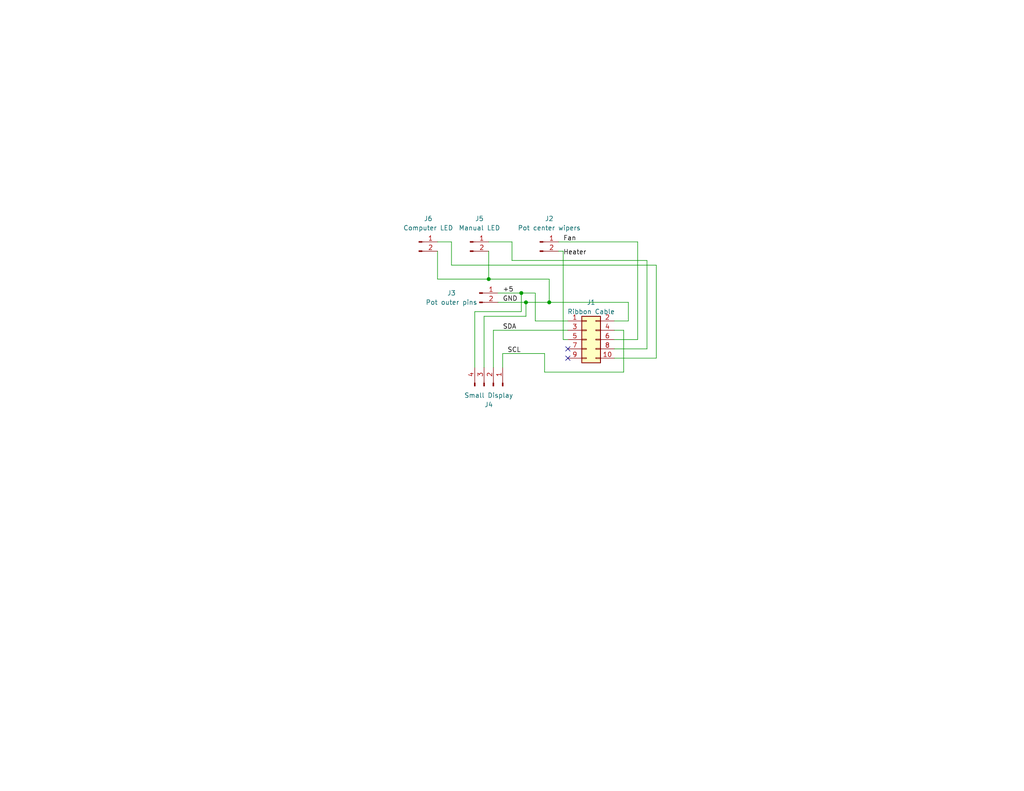
<source format=kicad_sch>
(kicad_sch (version 20230121) (generator eeschema)
  (paper "A")
  (title_block (title "Front panel interface board") (date "2023-02-28") (company "NSE Labs") (comment 1 "computer board to the various components on the front panel") (comment 2 "This board interfaces the ribbon cable from the main"))
  (lib_symbols
    (symbol "Connector:Conn_01x02_Pin" (pin_names (offset 1.016) hide)
      (property "Reference" "J" (at 0 2.54 0))
      (property "Value" "Conn_01x02_Pin" (at 0 -5.08 0))
      (symbol "Conn_01x02_Pin_1_1"
        (polyline (pts (xy 1.27 -2.54) (xy 0.8636 -2.54)) (stroke (width 0.1524)))
        (polyline (pts (xy 1.27 0) (xy 0.8636 0)) (stroke (width 0.1524)))
        (rectangle (start 0.8636 -2.413) (end 0 -2.667) (stroke (width 0.1524)) (fill (type outline)))
        (rectangle (start 0.8636 0.127) (end 0 -0.127) (stroke (width 0.1524)) (fill (type outline)))
        (pin passive line (at 5.08 0 180) (length 3.81) (name "Pin_1") (number "1"))
        (pin passive line (at 5.08 -2.54 180) (length 3.81) (name "Pin_2") (number "2"))
      )
    )
    (symbol "Connector:Conn_01x04_Pin" (pin_names (offset 1.016) hide)
      (property "Reference" "J" (at 0 5.08 0))
      (property "Value" "Conn_01x04_Pin" (at 0 -7.62 0))
      (symbol "Conn_01x04_Pin_1_1"
        (polyline (pts (xy 1.27 -5.08) (xy 0.8636 -5.08)) (stroke (width 0.1524)))
        (polyline (pts (xy 1.27 -2.54) (xy 0.8636 -2.54)) (stroke (width 0.1524)))
        (polyline (pts (xy 1.27 0) (xy 0.8636 0)) (stroke (width 0.1524)))
        (polyline (pts (xy 1.27 2.54) (xy 0.8636 2.54)) (stroke (width 0.1524)))
        (rectangle (start 0.8636 -4.953) (end 0 -5.207) (stroke (width 0.1524)) (fill (type outline)))
        (rectangle (start 0.8636 -2.413) (end 0 -2.667) (stroke (width 0.1524)) (fill (type outline)))
        (rectangle (start 0.8636 0.127) (end 0 -0.127) (stroke (width 0.1524)) (fill (type outline)))
        (rectangle (start 0.8636 2.667) (end 0 2.413) (stroke (width 0.1524)) (fill (type outline)))
        (pin passive line (at 5.08 2.54 180) (length 3.81) (name "Pin_1") (number "1"))
        (pin passive line (at 5.08 0 180) (length 3.81) (name "Pin_2") (number "2"))
        (pin passive line (at 5.08 -2.54 180) (length 3.81) (name "Pin_3") (number "3"))
        (pin passive line (at 5.08 -5.08 180) (length 3.81) (name "Pin_4") (number "4"))
      )
    )
    (symbol "Connector_Generic:Conn_02x05_Odd_Even" (pin_names (offset 1.016) hide)
      (property "Reference" "J" (at 1.27 7.62 0))
      (property "Value" "Conn_02x05_Odd_Even" (at 1.27 -7.62 0))
      (symbol "Conn_02x05_Odd_Even_1_1"
        (rectangle (start -1.27 -4.953) (end 0 -5.207) (stroke (width 0.1524)))
        (rectangle (start -1.27 -2.413) (end 0 -2.667) (stroke (width 0.1524)))
        (rectangle (start -1.27 0.127) (end 0 -0.127) (stroke (width 0.1524)))
        (rectangle (start -1.27 2.667) (end 0 2.413) (stroke (width 0.1524)))
        (rectangle (start -1.27 5.207) (end 0 4.953) (stroke (width 0.1524)))
        (rectangle (start -1.27 6.35) (end 3.81 -6.35) (stroke (width 0.254)) (fill (type background)))
        (rectangle (start 3.81 -4.953) (end 2.54 -5.207) (stroke (width 0.1524)))
        (rectangle (start 3.81 -2.413) (end 2.54 -2.667) (stroke (width 0.1524)))
        (rectangle (start 3.81 0.127) (end 2.54 -0.127) (stroke (width 0.1524)))
        (rectangle (start 3.81 2.667) (end 2.54 2.413) (stroke (width 0.1524)))
        (rectangle (start 3.81 5.207) (end 2.54 4.953) (stroke (width 0.1524)))
        (pin passive line (at -5.08 5.08 0) (length 3.81) (name "Pin_1") (number "1"))
        (pin passive line (at 7.62 -5.08 180) (length 3.81) (name "Pin_10") (number "10"))
        (pin passive line (at 7.62 5.08 180) (length 3.81) (name "Pin_2") (number "2"))
        (pin passive line (at -5.08 2.54 0) (length 3.81) (name "Pin_3") (number "3"))
        (pin passive line (at 7.62 2.54 180) (length 3.81) (name "Pin_4") (number "4"))
        (pin passive line (at -5.08 0 0) (length 3.81) (name "Pin_5") (number "5"))
        (pin passive line (at 7.62 0 180) (length 3.81) (name "Pin_6") (number "6"))
        (pin passive line (at -5.08 -2.54 0) (length 3.81) (name "Pin_7") (number "7"))
        (pin passive line (at 7.62 -2.54 180) (length 3.81) (name "Pin_8") (number "8"))
        (pin passive line (at -5.08 -5.08 0) (length 3.81) (name "Pin_9") (number "9"))
      )
    )
  )
  (junction (at 149.86 82.55))
  (junction (at 133.35 76.2))
  (junction (at 142.24 80.01))
  (junction (at 143.51 82.55))
  (no_connect (at 154.94 95.25))
  (no_connect (at 154.94 97.79))
  (wire (pts (xy 167.64 90.17) (xy 170.18 90.17)))
  (wire (pts (xy 149.86 82.55) (xy 171.45 82.55)))
  (wire (pts (xy 133.35 76.2) (xy 149.86 76.2)))
  (wire (pts (xy 119.38 76.2) (xy 133.35 76.2)))
  (wire (pts (xy 139.7 66.04) (xy 133.35 66.04)))
  (wire (pts (xy 154.94 92.71) (xy 153.67 92.71)))
  (wire (pts (xy 170.18 90.17) (xy 170.18 101.6)))
  (wire (pts (xy 133.35 68.58) (xy 133.35 76.2)))
  (wire (pts (xy 179.07 72.39) (xy 123.19 72.39)))
  (wire (pts (xy 146.05 80.01) (xy 142.24 80.01)))
  (wire (pts (xy 154.94 87.63) (xy 146.05 87.63)))
  (wire (pts (xy 153.67 68.58) (xy 152.4 68.58)))
  (wire (pts (xy 129.54 85.09) (xy 129.54 100.33)))
  (wire (pts (xy 176.53 95.25) (xy 176.53 71.12)))
  (wire (pts (xy 171.45 87.63) (xy 171.45 82.55)))
  (wire (pts (xy 137.16 96.52) (xy 137.16 100.33)))
  (wire (pts (xy 176.53 71.12) (xy 139.7 71.12)))
  (wire (pts (xy 143.51 82.55) (xy 149.86 82.55)))
  (wire (pts (xy 154.94 90.17) (xy 134.62 90.17)))
  (wire (pts (xy 173.99 66.04) (xy 152.4 66.04)))
  (wire (pts (xy 119.38 68.58) (xy 119.38 76.2)))
  (wire (pts (xy 134.62 90.17) (xy 134.62 100.33)))
  (wire (pts (xy 143.51 82.55) (xy 143.51 86.36)))
  (wire (pts (xy 148.59 101.6) (xy 148.59 96.52)))
  (wire (pts (xy 149.86 76.2) (xy 149.86 82.55)))
  (wire (pts (xy 179.07 97.79) (xy 179.07 72.39)))
  (wire (pts (xy 132.08 86.36) (xy 143.51 86.36)))
  (wire (pts (xy 167.64 87.63) (xy 171.45 87.63)))
  (wire (pts (xy 142.24 80.01) (xy 135.89 80.01)))
  (wire (pts (xy 142.24 85.09) (xy 129.54 85.09)))
  (wire (pts (xy 146.05 87.63) (xy 146.05 80.01)))
  (wire (pts (xy 167.64 95.25) (xy 176.53 95.25)))
  (wire (pts (xy 123.19 72.39) (xy 123.19 66.04)))
  (wire (pts (xy 142.24 80.01) (xy 142.24 85.09)))
  (wire (pts (xy 153.67 92.71) (xy 153.67 68.58)))
  (wire (pts (xy 132.08 100.33) (xy 132.08 86.36)))
  (wire (pts (xy 135.89 82.55) (xy 143.51 82.55)))
  (wire (pts (xy 167.64 92.71) (xy 173.99 92.71)))
  (wire (pts (xy 123.19 66.04) (xy 119.38 66.04)))
  (wire (pts (xy 170.18 101.6) (xy 148.59 101.6)))
  (wire (pts (xy 148.59 96.52) (xy 137.16 96.52)))
  (wire (pts (xy 173.99 92.71) (xy 173.99 66.04)))
  (wire (pts (xy 167.64 97.79) (xy 179.07 97.79)))
  (wire (pts (xy 139.7 71.12) (xy 139.7 66.04)))
  (label "GND" (at 137.16 82.55 0))
  (label "SDA" (at 137.16 90.17 0))
  (label "SCL" (at 138.43 96.52 0))
  (label "Fan" (at 153.67 66.04 0))
  (label "+5" (at 137.16 80.01 0))
  (label "Heater" (at 153.67 69.85 0))
  (symbol (lib_id "Connector:Conn_01x02_Pin") (at 128.27 66.04 0) (unit 1)
    (property "Reference" "J5" (at 130.81 59.69 0))
    (property "Value" "Manual LED" (at 130.81 62.23 0))
  )
  (symbol (lib_id "Connector_Generic:Conn_02x05_Odd_Even") (at 160.02 92.71 0) (unit 1)
    (property "Reference" "J1" (at 161.29 82.55 0))
    (property "Value" "Ribbon Cable" (at 161.29 85.09 0))
  )
  (symbol (lib_id "Connector:Conn_01x04_Pin") (at 134.62 105.41 270) (mirror x) (unit 1)
    (property "Reference" "J4" (at 133.35 110.49 90))
    (property "Value" "Small Display" (at 133.35 107.95 90))
  )
  (symbol (lib_id "Connector:Conn_01x02_Pin") (at 147.32 66.04 0) (unit 1)
    (property "Reference" "J2" (at 149.86 59.69 0))
    (property "Value" "Pot center wipers" (at 149.86 62.23 0))
  )
  (symbol (lib_id "Connector:Conn_01x02_Pin") (at 130.81 80.01 0) (unit 1)
    (property "Reference" "J3" (at 123.19 80.01 0))
    (property "Value" "Pot outer pins" (at 123.19 82.55 0))
  )
  (symbol (lib_id "Connector:Conn_01x02_Pin") (at 114.3 66.04 0) (unit 1)
    (property "Reference" "J6" (at 116.84 59.69 0))
    (property "Value" "Computer LED" (at 116.84 62.23 0))
  )
)
</source>
